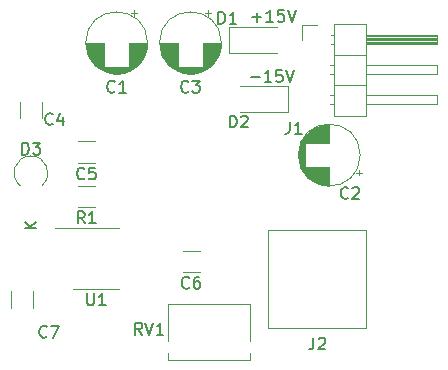
<source format=gbr>
%TF.GenerationSoftware,KiCad,Pcbnew,5.1.10-88a1d61d58~90~ubuntu20.04.1*%
%TF.CreationDate,2021-10-29T09:56:54+11:00*%
%TF.ProjectId,simple-photodetector,73696d70-6c65-42d7-9068-6f746f646574,rev?*%
%TF.SameCoordinates,Original*%
%TF.FileFunction,Legend,Top*%
%TF.FilePolarity,Positive*%
%FSLAX46Y46*%
G04 Gerber Fmt 4.6, Leading zero omitted, Abs format (unit mm)*
G04 Created by KiCad (PCBNEW 5.1.10-88a1d61d58~90~ubuntu20.04.1) date 2021-10-29 09:56:54*
%MOMM*%
%LPD*%
G01*
G04 APERTURE LIST*
%ADD10C,0.150000*%
%ADD11C,0.120000*%
G04 APERTURE END LIST*
D10*
X142088095Y-59671428D02*
X142850000Y-59671428D01*
X143850000Y-60052380D02*
X143278571Y-60052380D01*
X143564285Y-60052380D02*
X143564285Y-59052380D01*
X143469047Y-59195238D01*
X143373809Y-59290476D01*
X143278571Y-59338095D01*
X144754761Y-59052380D02*
X144278571Y-59052380D01*
X144230952Y-59528571D01*
X144278571Y-59480952D01*
X144373809Y-59433333D01*
X144611904Y-59433333D01*
X144707142Y-59480952D01*
X144754761Y-59528571D01*
X144802380Y-59623809D01*
X144802380Y-59861904D01*
X144754761Y-59957142D01*
X144707142Y-60004761D01*
X144611904Y-60052380D01*
X144373809Y-60052380D01*
X144278571Y-60004761D01*
X144230952Y-59957142D01*
X145088095Y-59052380D02*
X145421428Y-60052380D01*
X145754761Y-59052380D01*
X142238095Y-54571428D02*
X143000000Y-54571428D01*
X142619047Y-54952380D02*
X142619047Y-54190476D01*
X144000000Y-54952380D02*
X143428571Y-54952380D01*
X143714285Y-54952380D02*
X143714285Y-53952380D01*
X143619047Y-54095238D01*
X143523809Y-54190476D01*
X143428571Y-54238095D01*
X144904761Y-53952380D02*
X144428571Y-53952380D01*
X144380952Y-54428571D01*
X144428571Y-54380952D01*
X144523809Y-54333333D01*
X144761904Y-54333333D01*
X144857142Y-54380952D01*
X144904761Y-54428571D01*
X144952380Y-54523809D01*
X144952380Y-54761904D01*
X144904761Y-54857142D01*
X144857142Y-54904761D01*
X144761904Y-54952380D01*
X144523809Y-54952380D01*
X144428571Y-54904761D01*
X144380952Y-54857142D01*
X145238095Y-53952380D02*
X145571428Y-54952380D01*
X145904761Y-53952380D01*
D11*
%TO.C,RV1*%
X135065000Y-82005000D02*
X135065000Y-78900000D01*
X135065000Y-83640000D02*
X135065000Y-82995000D01*
X142015000Y-82005000D02*
X142015000Y-78900000D01*
X142015000Y-83640000D02*
X142015000Y-82995000D01*
X142015000Y-78900000D02*
X135065000Y-78900000D01*
X142015000Y-83640000D02*
X135065000Y-83640000D01*
%TO.C,C1*%
X132475000Y-54195225D02*
X131975000Y-54195225D01*
X132225000Y-53945225D02*
X132225000Y-54445225D01*
X131034000Y-59351000D02*
X130466000Y-59351000D01*
X131268000Y-59311000D02*
X130232000Y-59311000D01*
X131427000Y-59271000D02*
X130073000Y-59271000D01*
X131555000Y-59231000D02*
X129945000Y-59231000D01*
X131665000Y-59191000D02*
X129835000Y-59191000D01*
X131761000Y-59151000D02*
X129739000Y-59151000D01*
X131848000Y-59111000D02*
X129652000Y-59111000D01*
X131928000Y-59071000D02*
X129572000Y-59071000D01*
X132001000Y-59031000D02*
X129499000Y-59031000D01*
X132069000Y-58991000D02*
X129431000Y-58991000D01*
X132133000Y-58951000D02*
X129367000Y-58951000D01*
X132193000Y-58911000D02*
X129307000Y-58911000D01*
X132250000Y-58871000D02*
X129250000Y-58871000D01*
X132304000Y-58831000D02*
X129196000Y-58831000D01*
X132355000Y-58791000D02*
X129145000Y-58791000D01*
X129710000Y-58751000D02*
X129097000Y-58751000D01*
X132403000Y-58751000D02*
X131790000Y-58751000D01*
X129710000Y-58711000D02*
X129051000Y-58711000D01*
X132449000Y-58711000D02*
X131790000Y-58711000D01*
X129710000Y-58671000D02*
X129007000Y-58671000D01*
X132493000Y-58671000D02*
X131790000Y-58671000D01*
X129710000Y-58631000D02*
X128965000Y-58631000D01*
X132535000Y-58631000D02*
X131790000Y-58631000D01*
X129710000Y-58591000D02*
X128924000Y-58591000D01*
X132576000Y-58591000D02*
X131790000Y-58591000D01*
X129710000Y-58551000D02*
X128886000Y-58551000D01*
X132614000Y-58551000D02*
X131790000Y-58551000D01*
X129710000Y-58511000D02*
X128849000Y-58511000D01*
X132651000Y-58511000D02*
X131790000Y-58511000D01*
X129710000Y-58471000D02*
X128813000Y-58471000D01*
X132687000Y-58471000D02*
X131790000Y-58471000D01*
X129710000Y-58431000D02*
X128779000Y-58431000D01*
X132721000Y-58431000D02*
X131790000Y-58431000D01*
X129710000Y-58391000D02*
X128746000Y-58391000D01*
X132754000Y-58391000D02*
X131790000Y-58391000D01*
X129710000Y-58351000D02*
X128715000Y-58351000D01*
X132785000Y-58351000D02*
X131790000Y-58351000D01*
X129710000Y-58311000D02*
X128685000Y-58311000D01*
X132815000Y-58311000D02*
X131790000Y-58311000D01*
X129710000Y-58271000D02*
X128655000Y-58271000D01*
X132845000Y-58271000D02*
X131790000Y-58271000D01*
X129710000Y-58231000D02*
X128628000Y-58231000D01*
X132872000Y-58231000D02*
X131790000Y-58231000D01*
X129710000Y-58191000D02*
X128601000Y-58191000D01*
X132899000Y-58191000D02*
X131790000Y-58191000D01*
X129710000Y-58151000D02*
X128575000Y-58151000D01*
X132925000Y-58151000D02*
X131790000Y-58151000D01*
X129710000Y-58111000D02*
X128550000Y-58111000D01*
X132950000Y-58111000D02*
X131790000Y-58111000D01*
X129710000Y-58071000D02*
X128526000Y-58071000D01*
X132974000Y-58071000D02*
X131790000Y-58071000D01*
X129710000Y-58031000D02*
X128503000Y-58031000D01*
X132997000Y-58031000D02*
X131790000Y-58031000D01*
X129710000Y-57991000D02*
X128482000Y-57991000D01*
X133018000Y-57991000D02*
X131790000Y-57991000D01*
X129710000Y-57951000D02*
X128460000Y-57951000D01*
X133040000Y-57951000D02*
X131790000Y-57951000D01*
X129710000Y-57911000D02*
X128440000Y-57911000D01*
X133060000Y-57911000D02*
X131790000Y-57911000D01*
X129710000Y-57871000D02*
X128421000Y-57871000D01*
X133079000Y-57871000D02*
X131790000Y-57871000D01*
X129710000Y-57831000D02*
X128402000Y-57831000D01*
X133098000Y-57831000D02*
X131790000Y-57831000D01*
X129710000Y-57791000D02*
X128385000Y-57791000D01*
X133115000Y-57791000D02*
X131790000Y-57791000D01*
X129710000Y-57751000D02*
X128368000Y-57751000D01*
X133132000Y-57751000D02*
X131790000Y-57751000D01*
X129710000Y-57711000D02*
X128352000Y-57711000D01*
X133148000Y-57711000D02*
X131790000Y-57711000D01*
X129710000Y-57671000D02*
X128336000Y-57671000D01*
X133164000Y-57671000D02*
X131790000Y-57671000D01*
X129710000Y-57631000D02*
X128322000Y-57631000D01*
X133178000Y-57631000D02*
X131790000Y-57631000D01*
X129710000Y-57591000D02*
X128308000Y-57591000D01*
X133192000Y-57591000D02*
X131790000Y-57591000D01*
X129710000Y-57551000D02*
X128295000Y-57551000D01*
X133205000Y-57551000D02*
X131790000Y-57551000D01*
X129710000Y-57511000D02*
X128282000Y-57511000D01*
X133218000Y-57511000D02*
X131790000Y-57511000D01*
X129710000Y-57471000D02*
X128270000Y-57471000D01*
X133230000Y-57471000D02*
X131790000Y-57471000D01*
X129710000Y-57430000D02*
X128259000Y-57430000D01*
X133241000Y-57430000D02*
X131790000Y-57430000D01*
X129710000Y-57390000D02*
X128249000Y-57390000D01*
X133251000Y-57390000D02*
X131790000Y-57390000D01*
X129710000Y-57350000D02*
X128239000Y-57350000D01*
X133261000Y-57350000D02*
X131790000Y-57350000D01*
X129710000Y-57310000D02*
X128230000Y-57310000D01*
X133270000Y-57310000D02*
X131790000Y-57310000D01*
X129710000Y-57270000D02*
X128222000Y-57270000D01*
X133278000Y-57270000D02*
X131790000Y-57270000D01*
X129710000Y-57230000D02*
X128214000Y-57230000D01*
X133286000Y-57230000D02*
X131790000Y-57230000D01*
X129710000Y-57190000D02*
X128207000Y-57190000D01*
X133293000Y-57190000D02*
X131790000Y-57190000D01*
X129710000Y-57150000D02*
X128200000Y-57150000D01*
X133300000Y-57150000D02*
X131790000Y-57150000D01*
X129710000Y-57110000D02*
X128194000Y-57110000D01*
X133306000Y-57110000D02*
X131790000Y-57110000D01*
X129710000Y-57070000D02*
X128189000Y-57070000D01*
X133311000Y-57070000D02*
X131790000Y-57070000D01*
X129710000Y-57030000D02*
X128185000Y-57030000D01*
X133315000Y-57030000D02*
X131790000Y-57030000D01*
X129710000Y-56990000D02*
X128181000Y-56990000D01*
X133319000Y-56990000D02*
X131790000Y-56990000D01*
X129710000Y-56950000D02*
X128177000Y-56950000D01*
X133323000Y-56950000D02*
X131790000Y-56950000D01*
X129710000Y-56910000D02*
X128174000Y-56910000D01*
X133326000Y-56910000D02*
X131790000Y-56910000D01*
X129710000Y-56870000D02*
X128172000Y-56870000D01*
X133328000Y-56870000D02*
X131790000Y-56870000D01*
X129710000Y-56830000D02*
X128171000Y-56830000D01*
X133329000Y-56830000D02*
X131790000Y-56830000D01*
X133330000Y-56790000D02*
X131790000Y-56790000D01*
X129710000Y-56790000D02*
X128170000Y-56790000D01*
X133330000Y-56750000D02*
X131790000Y-56750000D01*
X129710000Y-56750000D02*
X128170000Y-56750000D01*
X133370000Y-56750000D02*
G75*
G03*
X133370000Y-56750000I-2620000J0D01*
G01*
%TO.C,C2*%
X151370000Y-66250000D02*
G75*
G03*
X151370000Y-66250000I-2620000J0D01*
G01*
X148750000Y-65210000D02*
X148750000Y-63670000D01*
X148750000Y-68830000D02*
X148750000Y-67290000D01*
X148710000Y-65210000D02*
X148710000Y-63670000D01*
X148710000Y-68830000D02*
X148710000Y-67290000D01*
X148670000Y-68829000D02*
X148670000Y-67290000D01*
X148670000Y-65210000D02*
X148670000Y-63671000D01*
X148630000Y-68828000D02*
X148630000Y-67290000D01*
X148630000Y-65210000D02*
X148630000Y-63672000D01*
X148590000Y-68826000D02*
X148590000Y-67290000D01*
X148590000Y-65210000D02*
X148590000Y-63674000D01*
X148550000Y-68823000D02*
X148550000Y-67290000D01*
X148550000Y-65210000D02*
X148550000Y-63677000D01*
X148510000Y-68819000D02*
X148510000Y-67290000D01*
X148510000Y-65210000D02*
X148510000Y-63681000D01*
X148470000Y-68815000D02*
X148470000Y-67290000D01*
X148470000Y-65210000D02*
X148470000Y-63685000D01*
X148430000Y-68811000D02*
X148430000Y-67290000D01*
X148430000Y-65210000D02*
X148430000Y-63689000D01*
X148390000Y-68806000D02*
X148390000Y-67290000D01*
X148390000Y-65210000D02*
X148390000Y-63694000D01*
X148350000Y-68800000D02*
X148350000Y-67290000D01*
X148350000Y-65210000D02*
X148350000Y-63700000D01*
X148310000Y-68793000D02*
X148310000Y-67290000D01*
X148310000Y-65210000D02*
X148310000Y-63707000D01*
X148270000Y-68786000D02*
X148270000Y-67290000D01*
X148270000Y-65210000D02*
X148270000Y-63714000D01*
X148230000Y-68778000D02*
X148230000Y-67290000D01*
X148230000Y-65210000D02*
X148230000Y-63722000D01*
X148190000Y-68770000D02*
X148190000Y-67290000D01*
X148190000Y-65210000D02*
X148190000Y-63730000D01*
X148150000Y-68761000D02*
X148150000Y-67290000D01*
X148150000Y-65210000D02*
X148150000Y-63739000D01*
X148110000Y-68751000D02*
X148110000Y-67290000D01*
X148110000Y-65210000D02*
X148110000Y-63749000D01*
X148070000Y-68741000D02*
X148070000Y-67290000D01*
X148070000Y-65210000D02*
X148070000Y-63759000D01*
X148029000Y-68730000D02*
X148029000Y-67290000D01*
X148029000Y-65210000D02*
X148029000Y-63770000D01*
X147989000Y-68718000D02*
X147989000Y-67290000D01*
X147989000Y-65210000D02*
X147989000Y-63782000D01*
X147949000Y-68705000D02*
X147949000Y-67290000D01*
X147949000Y-65210000D02*
X147949000Y-63795000D01*
X147909000Y-68692000D02*
X147909000Y-67290000D01*
X147909000Y-65210000D02*
X147909000Y-63808000D01*
X147869000Y-68678000D02*
X147869000Y-67290000D01*
X147869000Y-65210000D02*
X147869000Y-63822000D01*
X147829000Y-68664000D02*
X147829000Y-67290000D01*
X147829000Y-65210000D02*
X147829000Y-63836000D01*
X147789000Y-68648000D02*
X147789000Y-67290000D01*
X147789000Y-65210000D02*
X147789000Y-63852000D01*
X147749000Y-68632000D02*
X147749000Y-67290000D01*
X147749000Y-65210000D02*
X147749000Y-63868000D01*
X147709000Y-68615000D02*
X147709000Y-67290000D01*
X147709000Y-65210000D02*
X147709000Y-63885000D01*
X147669000Y-68598000D02*
X147669000Y-67290000D01*
X147669000Y-65210000D02*
X147669000Y-63902000D01*
X147629000Y-68579000D02*
X147629000Y-67290000D01*
X147629000Y-65210000D02*
X147629000Y-63921000D01*
X147589000Y-68560000D02*
X147589000Y-67290000D01*
X147589000Y-65210000D02*
X147589000Y-63940000D01*
X147549000Y-68540000D02*
X147549000Y-67290000D01*
X147549000Y-65210000D02*
X147549000Y-63960000D01*
X147509000Y-68518000D02*
X147509000Y-67290000D01*
X147509000Y-65210000D02*
X147509000Y-63982000D01*
X147469000Y-68497000D02*
X147469000Y-67290000D01*
X147469000Y-65210000D02*
X147469000Y-64003000D01*
X147429000Y-68474000D02*
X147429000Y-67290000D01*
X147429000Y-65210000D02*
X147429000Y-64026000D01*
X147389000Y-68450000D02*
X147389000Y-67290000D01*
X147389000Y-65210000D02*
X147389000Y-64050000D01*
X147349000Y-68425000D02*
X147349000Y-67290000D01*
X147349000Y-65210000D02*
X147349000Y-64075000D01*
X147309000Y-68399000D02*
X147309000Y-67290000D01*
X147309000Y-65210000D02*
X147309000Y-64101000D01*
X147269000Y-68372000D02*
X147269000Y-67290000D01*
X147269000Y-65210000D02*
X147269000Y-64128000D01*
X147229000Y-68345000D02*
X147229000Y-67290000D01*
X147229000Y-65210000D02*
X147229000Y-64155000D01*
X147189000Y-68315000D02*
X147189000Y-67290000D01*
X147189000Y-65210000D02*
X147189000Y-64185000D01*
X147149000Y-68285000D02*
X147149000Y-67290000D01*
X147149000Y-65210000D02*
X147149000Y-64215000D01*
X147109000Y-68254000D02*
X147109000Y-67290000D01*
X147109000Y-65210000D02*
X147109000Y-64246000D01*
X147069000Y-68221000D02*
X147069000Y-67290000D01*
X147069000Y-65210000D02*
X147069000Y-64279000D01*
X147029000Y-68187000D02*
X147029000Y-67290000D01*
X147029000Y-65210000D02*
X147029000Y-64313000D01*
X146989000Y-68151000D02*
X146989000Y-67290000D01*
X146989000Y-65210000D02*
X146989000Y-64349000D01*
X146949000Y-68114000D02*
X146949000Y-67290000D01*
X146949000Y-65210000D02*
X146949000Y-64386000D01*
X146909000Y-68076000D02*
X146909000Y-67290000D01*
X146909000Y-65210000D02*
X146909000Y-64424000D01*
X146869000Y-68035000D02*
X146869000Y-67290000D01*
X146869000Y-65210000D02*
X146869000Y-64465000D01*
X146829000Y-67993000D02*
X146829000Y-67290000D01*
X146829000Y-65210000D02*
X146829000Y-64507000D01*
X146789000Y-67949000D02*
X146789000Y-67290000D01*
X146789000Y-65210000D02*
X146789000Y-64551000D01*
X146749000Y-67903000D02*
X146749000Y-67290000D01*
X146749000Y-65210000D02*
X146749000Y-64597000D01*
X146709000Y-67855000D02*
X146709000Y-64645000D01*
X146669000Y-67804000D02*
X146669000Y-64696000D01*
X146629000Y-67750000D02*
X146629000Y-64750000D01*
X146589000Y-67693000D02*
X146589000Y-64807000D01*
X146549000Y-67633000D02*
X146549000Y-64867000D01*
X146509000Y-67569000D02*
X146509000Y-64931000D01*
X146469000Y-67501000D02*
X146469000Y-64999000D01*
X146429000Y-67428000D02*
X146429000Y-65072000D01*
X146389000Y-67348000D02*
X146389000Y-65152000D01*
X146349000Y-67261000D02*
X146349000Y-65239000D01*
X146309000Y-67165000D02*
X146309000Y-65335000D01*
X146269000Y-67055000D02*
X146269000Y-65445000D01*
X146229000Y-66927000D02*
X146229000Y-65573000D01*
X146189000Y-66768000D02*
X146189000Y-65732000D01*
X146149000Y-66534000D02*
X146149000Y-65966000D01*
X151554775Y-67725000D02*
X151054775Y-67725000D01*
X151304775Y-67975000D02*
X151304775Y-67475000D01*
%TO.C,C3*%
X138725000Y-54195225D02*
X138225000Y-54195225D01*
X138475000Y-53945225D02*
X138475000Y-54445225D01*
X137284000Y-59351000D02*
X136716000Y-59351000D01*
X137518000Y-59311000D02*
X136482000Y-59311000D01*
X137677000Y-59271000D02*
X136323000Y-59271000D01*
X137805000Y-59231000D02*
X136195000Y-59231000D01*
X137915000Y-59191000D02*
X136085000Y-59191000D01*
X138011000Y-59151000D02*
X135989000Y-59151000D01*
X138098000Y-59111000D02*
X135902000Y-59111000D01*
X138178000Y-59071000D02*
X135822000Y-59071000D01*
X138251000Y-59031000D02*
X135749000Y-59031000D01*
X138319000Y-58991000D02*
X135681000Y-58991000D01*
X138383000Y-58951000D02*
X135617000Y-58951000D01*
X138443000Y-58911000D02*
X135557000Y-58911000D01*
X138500000Y-58871000D02*
X135500000Y-58871000D01*
X138554000Y-58831000D02*
X135446000Y-58831000D01*
X138605000Y-58791000D02*
X135395000Y-58791000D01*
X135960000Y-58751000D02*
X135347000Y-58751000D01*
X138653000Y-58751000D02*
X138040000Y-58751000D01*
X135960000Y-58711000D02*
X135301000Y-58711000D01*
X138699000Y-58711000D02*
X138040000Y-58711000D01*
X135960000Y-58671000D02*
X135257000Y-58671000D01*
X138743000Y-58671000D02*
X138040000Y-58671000D01*
X135960000Y-58631000D02*
X135215000Y-58631000D01*
X138785000Y-58631000D02*
X138040000Y-58631000D01*
X135960000Y-58591000D02*
X135174000Y-58591000D01*
X138826000Y-58591000D02*
X138040000Y-58591000D01*
X135960000Y-58551000D02*
X135136000Y-58551000D01*
X138864000Y-58551000D02*
X138040000Y-58551000D01*
X135960000Y-58511000D02*
X135099000Y-58511000D01*
X138901000Y-58511000D02*
X138040000Y-58511000D01*
X135960000Y-58471000D02*
X135063000Y-58471000D01*
X138937000Y-58471000D02*
X138040000Y-58471000D01*
X135960000Y-58431000D02*
X135029000Y-58431000D01*
X138971000Y-58431000D02*
X138040000Y-58431000D01*
X135960000Y-58391000D02*
X134996000Y-58391000D01*
X139004000Y-58391000D02*
X138040000Y-58391000D01*
X135960000Y-58351000D02*
X134965000Y-58351000D01*
X139035000Y-58351000D02*
X138040000Y-58351000D01*
X135960000Y-58311000D02*
X134935000Y-58311000D01*
X139065000Y-58311000D02*
X138040000Y-58311000D01*
X135960000Y-58271000D02*
X134905000Y-58271000D01*
X139095000Y-58271000D02*
X138040000Y-58271000D01*
X135960000Y-58231000D02*
X134878000Y-58231000D01*
X139122000Y-58231000D02*
X138040000Y-58231000D01*
X135960000Y-58191000D02*
X134851000Y-58191000D01*
X139149000Y-58191000D02*
X138040000Y-58191000D01*
X135960000Y-58151000D02*
X134825000Y-58151000D01*
X139175000Y-58151000D02*
X138040000Y-58151000D01*
X135960000Y-58111000D02*
X134800000Y-58111000D01*
X139200000Y-58111000D02*
X138040000Y-58111000D01*
X135960000Y-58071000D02*
X134776000Y-58071000D01*
X139224000Y-58071000D02*
X138040000Y-58071000D01*
X135960000Y-58031000D02*
X134753000Y-58031000D01*
X139247000Y-58031000D02*
X138040000Y-58031000D01*
X135960000Y-57991000D02*
X134732000Y-57991000D01*
X139268000Y-57991000D02*
X138040000Y-57991000D01*
X135960000Y-57951000D02*
X134710000Y-57951000D01*
X139290000Y-57951000D02*
X138040000Y-57951000D01*
X135960000Y-57911000D02*
X134690000Y-57911000D01*
X139310000Y-57911000D02*
X138040000Y-57911000D01*
X135960000Y-57871000D02*
X134671000Y-57871000D01*
X139329000Y-57871000D02*
X138040000Y-57871000D01*
X135960000Y-57831000D02*
X134652000Y-57831000D01*
X139348000Y-57831000D02*
X138040000Y-57831000D01*
X135960000Y-57791000D02*
X134635000Y-57791000D01*
X139365000Y-57791000D02*
X138040000Y-57791000D01*
X135960000Y-57751000D02*
X134618000Y-57751000D01*
X139382000Y-57751000D02*
X138040000Y-57751000D01*
X135960000Y-57711000D02*
X134602000Y-57711000D01*
X139398000Y-57711000D02*
X138040000Y-57711000D01*
X135960000Y-57671000D02*
X134586000Y-57671000D01*
X139414000Y-57671000D02*
X138040000Y-57671000D01*
X135960000Y-57631000D02*
X134572000Y-57631000D01*
X139428000Y-57631000D02*
X138040000Y-57631000D01*
X135960000Y-57591000D02*
X134558000Y-57591000D01*
X139442000Y-57591000D02*
X138040000Y-57591000D01*
X135960000Y-57551000D02*
X134545000Y-57551000D01*
X139455000Y-57551000D02*
X138040000Y-57551000D01*
X135960000Y-57511000D02*
X134532000Y-57511000D01*
X139468000Y-57511000D02*
X138040000Y-57511000D01*
X135960000Y-57471000D02*
X134520000Y-57471000D01*
X139480000Y-57471000D02*
X138040000Y-57471000D01*
X135960000Y-57430000D02*
X134509000Y-57430000D01*
X139491000Y-57430000D02*
X138040000Y-57430000D01*
X135960000Y-57390000D02*
X134499000Y-57390000D01*
X139501000Y-57390000D02*
X138040000Y-57390000D01*
X135960000Y-57350000D02*
X134489000Y-57350000D01*
X139511000Y-57350000D02*
X138040000Y-57350000D01*
X135960000Y-57310000D02*
X134480000Y-57310000D01*
X139520000Y-57310000D02*
X138040000Y-57310000D01*
X135960000Y-57270000D02*
X134472000Y-57270000D01*
X139528000Y-57270000D02*
X138040000Y-57270000D01*
X135960000Y-57230000D02*
X134464000Y-57230000D01*
X139536000Y-57230000D02*
X138040000Y-57230000D01*
X135960000Y-57190000D02*
X134457000Y-57190000D01*
X139543000Y-57190000D02*
X138040000Y-57190000D01*
X135960000Y-57150000D02*
X134450000Y-57150000D01*
X139550000Y-57150000D02*
X138040000Y-57150000D01*
X135960000Y-57110000D02*
X134444000Y-57110000D01*
X139556000Y-57110000D02*
X138040000Y-57110000D01*
X135960000Y-57070000D02*
X134439000Y-57070000D01*
X139561000Y-57070000D02*
X138040000Y-57070000D01*
X135960000Y-57030000D02*
X134435000Y-57030000D01*
X139565000Y-57030000D02*
X138040000Y-57030000D01*
X135960000Y-56990000D02*
X134431000Y-56990000D01*
X139569000Y-56990000D02*
X138040000Y-56990000D01*
X135960000Y-56950000D02*
X134427000Y-56950000D01*
X139573000Y-56950000D02*
X138040000Y-56950000D01*
X135960000Y-56910000D02*
X134424000Y-56910000D01*
X139576000Y-56910000D02*
X138040000Y-56910000D01*
X135960000Y-56870000D02*
X134422000Y-56870000D01*
X139578000Y-56870000D02*
X138040000Y-56870000D01*
X135960000Y-56830000D02*
X134421000Y-56830000D01*
X139579000Y-56830000D02*
X138040000Y-56830000D01*
X139580000Y-56790000D02*
X138040000Y-56790000D01*
X135960000Y-56790000D02*
X134420000Y-56790000D01*
X139580000Y-56750000D02*
X138040000Y-56750000D01*
X135960000Y-56750000D02*
X134420000Y-56750000D01*
X139620000Y-56750000D02*
G75*
G03*
X139620000Y-56750000I-2620000J0D01*
G01*
%TO.C,C4*%
X124410000Y-63148752D02*
X124410000Y-61726248D01*
X122590000Y-63148752D02*
X122590000Y-61726248D01*
%TO.C,C5*%
X128898752Y-66910000D02*
X127476248Y-66910000D01*
X128898752Y-65090000D02*
X127476248Y-65090000D01*
%TO.C,C6*%
X137773752Y-74340000D02*
X136351248Y-74340000D01*
X137773752Y-76160000D02*
X136351248Y-76160000D01*
%TO.C,C7*%
X121840000Y-79211252D02*
X121840000Y-77788748D01*
X123660000Y-79211252D02*
X123660000Y-77788748D01*
%TO.C,D1*%
X140302500Y-57635000D02*
X144362500Y-57635000D01*
X140302500Y-55365000D02*
X140302500Y-57635000D01*
X144362500Y-55365000D02*
X140302500Y-55365000D01*
%TO.C,D2*%
X141162500Y-62635000D02*
X145222500Y-62635000D01*
X145222500Y-62635000D02*
X145222500Y-60365000D01*
X145222500Y-60365000D02*
X141162500Y-60365000D01*
%TO.C,R1*%
X128927064Y-68840000D02*
X127472936Y-68840000D01*
X128927064Y-70660000D02*
X127472936Y-70660000D01*
%TO.C,U1*%
X129000000Y-72440000D02*
X125550000Y-72440000D01*
X129000000Y-72440000D02*
X130950000Y-72440000D01*
X129000000Y-77560000D02*
X127050000Y-77560000D01*
X129000000Y-77560000D02*
X130950000Y-77560000D01*
%TO.C,J1*%
X146480000Y-55230000D02*
X147750000Y-55230000D01*
X146480000Y-56500000D02*
X146480000Y-55230000D01*
X148792929Y-61960000D02*
X149190000Y-61960000D01*
X148792929Y-61200000D02*
X149190000Y-61200000D01*
X157850000Y-61960000D02*
X151850000Y-61960000D01*
X157850000Y-61200000D02*
X157850000Y-61960000D01*
X151850000Y-61200000D02*
X157850000Y-61200000D01*
X149190000Y-60310000D02*
X151850000Y-60310000D01*
X148792929Y-59420000D02*
X149190000Y-59420000D01*
X148792929Y-58660000D02*
X149190000Y-58660000D01*
X157850000Y-59420000D02*
X151850000Y-59420000D01*
X157850000Y-58660000D02*
X157850000Y-59420000D01*
X151850000Y-58660000D02*
X157850000Y-58660000D01*
X149190000Y-57770000D02*
X151850000Y-57770000D01*
X148860000Y-56880000D02*
X149190000Y-56880000D01*
X148860000Y-56120000D02*
X149190000Y-56120000D01*
X151850000Y-56780000D02*
X157850000Y-56780000D01*
X151850000Y-56660000D02*
X157850000Y-56660000D01*
X151850000Y-56540000D02*
X157850000Y-56540000D01*
X151850000Y-56420000D02*
X157850000Y-56420000D01*
X151850000Y-56300000D02*
X157850000Y-56300000D01*
X151850000Y-56180000D02*
X157850000Y-56180000D01*
X157850000Y-56880000D02*
X151850000Y-56880000D01*
X157850000Y-56120000D02*
X157850000Y-56880000D01*
X151850000Y-56120000D02*
X157850000Y-56120000D01*
X151850000Y-55170000D02*
X149190000Y-55170000D01*
X151850000Y-62910000D02*
X151850000Y-55170000D01*
X149190000Y-62910000D02*
X151850000Y-62910000D01*
X149190000Y-55170000D02*
X149190000Y-62910000D01*
%TO.C,J2*%
X151900000Y-72600000D02*
X143600000Y-72600000D01*
X151900000Y-80900000D02*
X143600000Y-80900000D01*
X143600000Y-72600000D02*
X143600000Y-80900000D01*
X151900000Y-72600000D02*
X151900000Y-80900000D01*
%TO.C,D3*%
X124468866Y-68803850D02*
G75*
G03*
X122600000Y-68863239I-968866J1053850D01*
G01*
%TO.C,RV1*%
D10*
X132904761Y-81452380D02*
X132571428Y-80976190D01*
X132333333Y-81452380D02*
X132333333Y-80452380D01*
X132714285Y-80452380D01*
X132809523Y-80500000D01*
X132857142Y-80547619D01*
X132904761Y-80642857D01*
X132904761Y-80785714D01*
X132857142Y-80880952D01*
X132809523Y-80928571D01*
X132714285Y-80976190D01*
X132333333Y-80976190D01*
X133190476Y-80452380D02*
X133523809Y-81452380D01*
X133857142Y-80452380D01*
X134714285Y-81452380D02*
X134142857Y-81452380D01*
X134428571Y-81452380D02*
X134428571Y-80452380D01*
X134333333Y-80595238D01*
X134238095Y-80690476D01*
X134142857Y-80738095D01*
%TO.C,C1*%
X130583333Y-60857142D02*
X130535714Y-60904761D01*
X130392857Y-60952380D01*
X130297619Y-60952380D01*
X130154761Y-60904761D01*
X130059523Y-60809523D01*
X130011904Y-60714285D01*
X129964285Y-60523809D01*
X129964285Y-60380952D01*
X130011904Y-60190476D01*
X130059523Y-60095238D01*
X130154761Y-60000000D01*
X130297619Y-59952380D01*
X130392857Y-59952380D01*
X130535714Y-60000000D01*
X130583333Y-60047619D01*
X131535714Y-60952380D02*
X130964285Y-60952380D01*
X131250000Y-60952380D02*
X131250000Y-59952380D01*
X131154761Y-60095238D01*
X131059523Y-60190476D01*
X130964285Y-60238095D01*
%TO.C,C2*%
X150333333Y-69857142D02*
X150285714Y-69904761D01*
X150142857Y-69952380D01*
X150047619Y-69952380D01*
X149904761Y-69904761D01*
X149809523Y-69809523D01*
X149761904Y-69714285D01*
X149714285Y-69523809D01*
X149714285Y-69380952D01*
X149761904Y-69190476D01*
X149809523Y-69095238D01*
X149904761Y-69000000D01*
X150047619Y-68952380D01*
X150142857Y-68952380D01*
X150285714Y-69000000D01*
X150333333Y-69047619D01*
X150714285Y-69047619D02*
X150761904Y-69000000D01*
X150857142Y-68952380D01*
X151095238Y-68952380D01*
X151190476Y-69000000D01*
X151238095Y-69047619D01*
X151285714Y-69142857D01*
X151285714Y-69238095D01*
X151238095Y-69380952D01*
X150666666Y-69952380D01*
X151285714Y-69952380D01*
%TO.C,C3*%
X136833333Y-60857142D02*
X136785714Y-60904761D01*
X136642857Y-60952380D01*
X136547619Y-60952380D01*
X136404761Y-60904761D01*
X136309523Y-60809523D01*
X136261904Y-60714285D01*
X136214285Y-60523809D01*
X136214285Y-60380952D01*
X136261904Y-60190476D01*
X136309523Y-60095238D01*
X136404761Y-60000000D01*
X136547619Y-59952380D01*
X136642857Y-59952380D01*
X136785714Y-60000000D01*
X136833333Y-60047619D01*
X137166666Y-59952380D02*
X137785714Y-59952380D01*
X137452380Y-60333333D01*
X137595238Y-60333333D01*
X137690476Y-60380952D01*
X137738095Y-60428571D01*
X137785714Y-60523809D01*
X137785714Y-60761904D01*
X137738095Y-60857142D01*
X137690476Y-60904761D01*
X137595238Y-60952380D01*
X137309523Y-60952380D01*
X137214285Y-60904761D01*
X137166666Y-60857142D01*
%TO.C,C4*%
X125333333Y-63607142D02*
X125285714Y-63654761D01*
X125142857Y-63702380D01*
X125047619Y-63702380D01*
X124904761Y-63654761D01*
X124809523Y-63559523D01*
X124761904Y-63464285D01*
X124714285Y-63273809D01*
X124714285Y-63130952D01*
X124761904Y-62940476D01*
X124809523Y-62845238D01*
X124904761Y-62750000D01*
X125047619Y-62702380D01*
X125142857Y-62702380D01*
X125285714Y-62750000D01*
X125333333Y-62797619D01*
X126190476Y-63035714D02*
X126190476Y-63702380D01*
X125952380Y-62654761D02*
X125714285Y-63369047D01*
X126333333Y-63369047D01*
%TO.C,C5*%
X128020833Y-68207142D02*
X127973214Y-68254761D01*
X127830357Y-68302380D01*
X127735119Y-68302380D01*
X127592261Y-68254761D01*
X127497023Y-68159523D01*
X127449404Y-68064285D01*
X127401785Y-67873809D01*
X127401785Y-67730952D01*
X127449404Y-67540476D01*
X127497023Y-67445238D01*
X127592261Y-67350000D01*
X127735119Y-67302380D01*
X127830357Y-67302380D01*
X127973214Y-67350000D01*
X128020833Y-67397619D01*
X128925595Y-67302380D02*
X128449404Y-67302380D01*
X128401785Y-67778571D01*
X128449404Y-67730952D01*
X128544642Y-67683333D01*
X128782738Y-67683333D01*
X128877976Y-67730952D01*
X128925595Y-67778571D01*
X128973214Y-67873809D01*
X128973214Y-68111904D01*
X128925595Y-68207142D01*
X128877976Y-68254761D01*
X128782738Y-68302380D01*
X128544642Y-68302380D01*
X128449404Y-68254761D01*
X128401785Y-68207142D01*
%TO.C,C6*%
X136895833Y-77457142D02*
X136848214Y-77504761D01*
X136705357Y-77552380D01*
X136610119Y-77552380D01*
X136467261Y-77504761D01*
X136372023Y-77409523D01*
X136324404Y-77314285D01*
X136276785Y-77123809D01*
X136276785Y-76980952D01*
X136324404Y-76790476D01*
X136372023Y-76695238D01*
X136467261Y-76600000D01*
X136610119Y-76552380D01*
X136705357Y-76552380D01*
X136848214Y-76600000D01*
X136895833Y-76647619D01*
X137752976Y-76552380D02*
X137562500Y-76552380D01*
X137467261Y-76600000D01*
X137419642Y-76647619D01*
X137324404Y-76790476D01*
X137276785Y-76980952D01*
X137276785Y-77361904D01*
X137324404Y-77457142D01*
X137372023Y-77504761D01*
X137467261Y-77552380D01*
X137657738Y-77552380D01*
X137752976Y-77504761D01*
X137800595Y-77457142D01*
X137848214Y-77361904D01*
X137848214Y-77123809D01*
X137800595Y-77028571D01*
X137752976Y-76980952D01*
X137657738Y-76933333D01*
X137467261Y-76933333D01*
X137372023Y-76980952D01*
X137324404Y-77028571D01*
X137276785Y-77123809D01*
%TO.C,C7*%
X124833333Y-81607142D02*
X124785714Y-81654761D01*
X124642857Y-81702380D01*
X124547619Y-81702380D01*
X124404761Y-81654761D01*
X124309523Y-81559523D01*
X124261904Y-81464285D01*
X124214285Y-81273809D01*
X124214285Y-81130952D01*
X124261904Y-80940476D01*
X124309523Y-80845238D01*
X124404761Y-80750000D01*
X124547619Y-80702380D01*
X124642857Y-80702380D01*
X124785714Y-80750000D01*
X124833333Y-80797619D01*
X125166666Y-80702380D02*
X125833333Y-80702380D01*
X125404761Y-81702380D01*
%TO.C,D1*%
X139361904Y-55127380D02*
X139361904Y-54127380D01*
X139600000Y-54127380D01*
X139742857Y-54175000D01*
X139838095Y-54270238D01*
X139885714Y-54365476D01*
X139933333Y-54555952D01*
X139933333Y-54698809D01*
X139885714Y-54889285D01*
X139838095Y-54984523D01*
X139742857Y-55079761D01*
X139600000Y-55127380D01*
X139361904Y-55127380D01*
X140885714Y-55127380D02*
X140314285Y-55127380D01*
X140600000Y-55127380D02*
X140600000Y-54127380D01*
X140504761Y-54270238D01*
X140409523Y-54365476D01*
X140314285Y-54413095D01*
%TO.C,D2*%
X140336904Y-63902380D02*
X140336904Y-62902380D01*
X140575000Y-62902380D01*
X140717857Y-62950000D01*
X140813095Y-63045238D01*
X140860714Y-63140476D01*
X140908333Y-63330952D01*
X140908333Y-63473809D01*
X140860714Y-63664285D01*
X140813095Y-63759523D01*
X140717857Y-63854761D01*
X140575000Y-63902380D01*
X140336904Y-63902380D01*
X141289285Y-62997619D02*
X141336904Y-62950000D01*
X141432142Y-62902380D01*
X141670238Y-62902380D01*
X141765476Y-62950000D01*
X141813095Y-62997619D01*
X141860714Y-63092857D01*
X141860714Y-63188095D01*
X141813095Y-63330952D01*
X141241666Y-63902380D01*
X141860714Y-63902380D01*
%TO.C,R1*%
X128033333Y-72022380D02*
X127700000Y-71546190D01*
X127461904Y-72022380D02*
X127461904Y-71022380D01*
X127842857Y-71022380D01*
X127938095Y-71070000D01*
X127985714Y-71117619D01*
X128033333Y-71212857D01*
X128033333Y-71355714D01*
X127985714Y-71450952D01*
X127938095Y-71498571D01*
X127842857Y-71546190D01*
X127461904Y-71546190D01*
X128985714Y-72022380D02*
X128414285Y-72022380D01*
X128700000Y-72022380D02*
X128700000Y-71022380D01*
X128604761Y-71165238D01*
X128509523Y-71260476D01*
X128414285Y-71308095D01*
%TO.C,U1*%
X128238095Y-77952380D02*
X128238095Y-78761904D01*
X128285714Y-78857142D01*
X128333333Y-78904761D01*
X128428571Y-78952380D01*
X128619047Y-78952380D01*
X128714285Y-78904761D01*
X128761904Y-78857142D01*
X128809523Y-78761904D01*
X128809523Y-77952380D01*
X129809523Y-78952380D02*
X129238095Y-78952380D01*
X129523809Y-78952380D02*
X129523809Y-77952380D01*
X129428571Y-78095238D01*
X129333333Y-78190476D01*
X129238095Y-78238095D01*
%TO.C,J1*%
X145416666Y-63452380D02*
X145416666Y-64166666D01*
X145369047Y-64309523D01*
X145273809Y-64404761D01*
X145130952Y-64452380D01*
X145035714Y-64452380D01*
X146416666Y-64452380D02*
X145845238Y-64452380D01*
X146130952Y-64452380D02*
X146130952Y-63452380D01*
X146035714Y-63595238D01*
X145940476Y-63690476D01*
X145845238Y-63738095D01*
%TO.C,J2*%
X147416666Y-81702380D02*
X147416666Y-82416666D01*
X147369047Y-82559523D01*
X147273809Y-82654761D01*
X147130952Y-82702380D01*
X147035714Y-82702380D01*
X147845238Y-81797619D02*
X147892857Y-81750000D01*
X147988095Y-81702380D01*
X148226190Y-81702380D01*
X148321428Y-81750000D01*
X148369047Y-81797619D01*
X148416666Y-81892857D01*
X148416666Y-81988095D01*
X148369047Y-82130952D01*
X147797619Y-82702380D01*
X148416666Y-82702380D01*
%TO.C,D3*%
X122761904Y-66202380D02*
X122761904Y-65202380D01*
X123000000Y-65202380D01*
X123142857Y-65250000D01*
X123238095Y-65345238D01*
X123285714Y-65440476D01*
X123333333Y-65630952D01*
X123333333Y-65773809D01*
X123285714Y-65964285D01*
X123238095Y-66059523D01*
X123142857Y-66154761D01*
X123000000Y-66202380D01*
X122761904Y-66202380D01*
X123666666Y-65202380D02*
X124285714Y-65202380D01*
X123952380Y-65583333D01*
X124095238Y-65583333D01*
X124190476Y-65630952D01*
X124238095Y-65678571D01*
X124285714Y-65773809D01*
X124285714Y-66011904D01*
X124238095Y-66107142D01*
X124190476Y-66154761D01*
X124095238Y-66202380D01*
X123809523Y-66202380D01*
X123714285Y-66154761D01*
X123666666Y-66107142D01*
X123952380Y-72451904D02*
X122952380Y-72451904D01*
X123952380Y-71880476D02*
X123380952Y-72309047D01*
X122952380Y-71880476D02*
X123523809Y-72451904D01*
%TD*%
M02*

</source>
